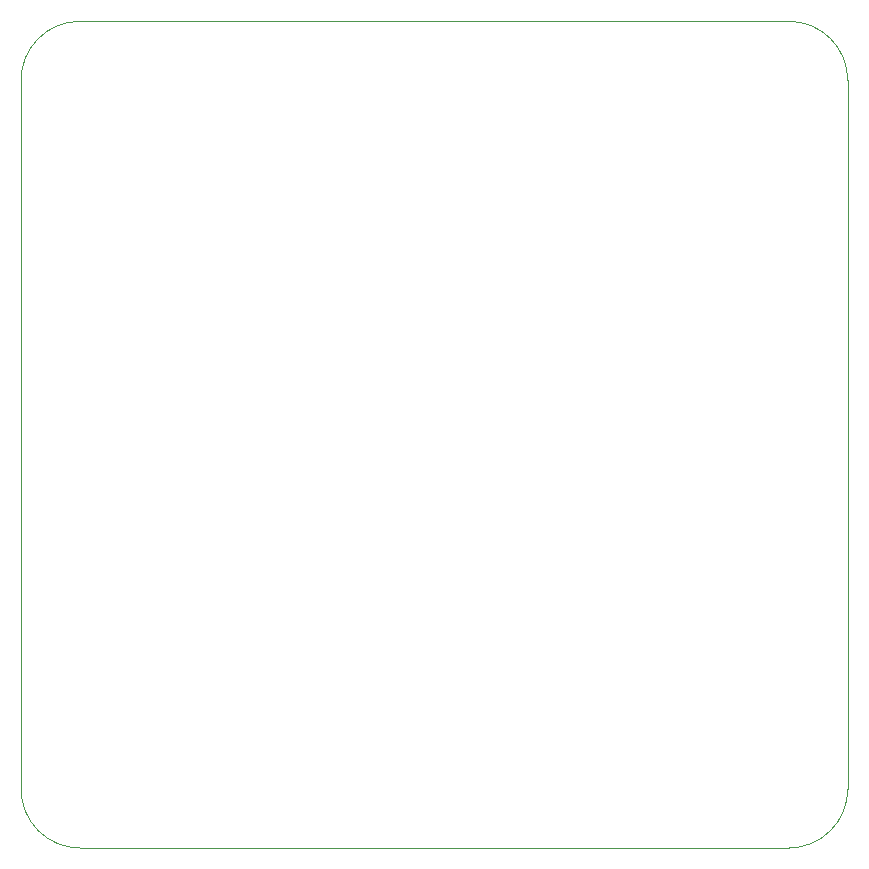
<source format=gbr>
G04 #@! TF.GenerationSoftware,KiCad,Pcbnew,5.1.6-c6e7f7d~87~ubuntu20.04.1*
G04 #@! TF.CreationDate,2020-07-16T23:52:11+03:00*
G04 #@! TF.ProjectId,EV-MAX-V-E64,45562d4d-4158-42d5-962d-4536342e6b69,v1.0*
G04 #@! TF.SameCoordinates,Original*
G04 #@! TF.FileFunction,Profile,NP*
%FSLAX46Y46*%
G04 Gerber Fmt 4.6, Leading zero omitted, Abs format (unit mm)*
G04 Created by KiCad (PCBNEW 5.1.6-c6e7f7d~87~ubuntu20.04.1) date 2020-07-16 23:52:11*
%MOMM*%
%LPD*%
G01*
G04 APERTURE LIST*
G04 #@! TA.AperFunction,Profile*
%ADD10C,0.050000*%
G04 #@! TD*
G04 APERTURE END LIST*
D10*
X65000000Y-70000000D02*
X65000000Y-130000000D01*
X130000000Y-65000000D02*
X70000000Y-65000000D01*
X135000000Y-130000000D02*
X135000000Y-70000000D01*
X70000000Y-135000000D02*
X130000000Y-135000000D01*
X70000000Y-135000000D02*
G75*
G02*
X65000000Y-130000000I0J5000000D01*
G01*
X65000000Y-70000000D02*
G75*
G02*
X70000000Y-65000000I5000000J0D01*
G01*
X130000000Y-65000000D02*
G75*
G02*
X135000000Y-70000000I0J-5000000D01*
G01*
X135000000Y-130000000D02*
G75*
G02*
X130000000Y-135000000I-5000000J0D01*
G01*
M02*

</source>
